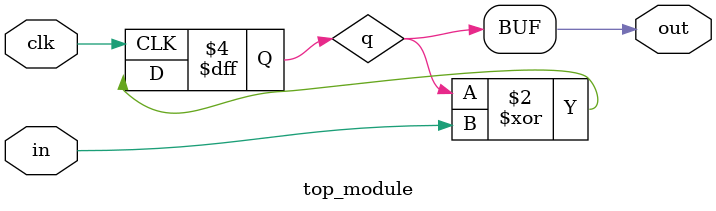
<source format=sv>
module top_module (
	input clk,
	input in,
	output logic out
);
    // Internal register to hold the output value
    logic q;
    
    // Initial condition
    initial begin
        q = 1'b0;
    end
    
    // Always block triggered on the positive edge of the clock
    always_ff @(posedge clk) begin
        q <= q ^ in; // XOR the current value of q with the input in
    end
    
    // Assign the output to the internal register value
    assign out = q;

endmodule

</source>
